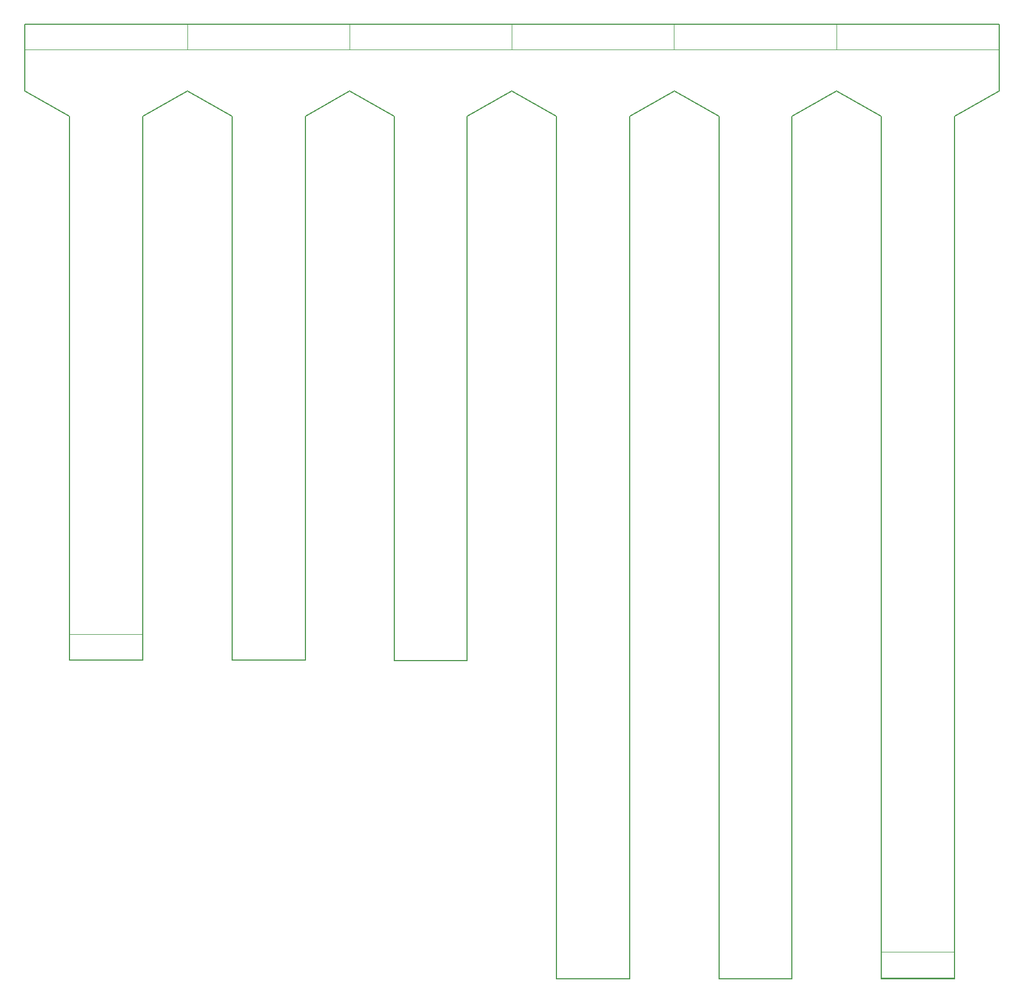
<source format=gbr>
%TF.GenerationSoftware,KiCad,Pcbnew,5.1.5+dfsg1-2~bpo10+1*%
%TF.CreationDate,2020-08-19T00:00:04+02:00*%
%TF.ProjectId,antmicro-alvium-flex-csi-adapter,616e746d-6963-4726-9f2d-616c7669756d,1.0.1*%
%TF.SameCoordinates,Original*%
%TF.FileFunction,Other,User*%
%FSLAX46Y46*%
G04 Gerber Fmt 4.6, Leading zero omitted, Abs format (unit mm)*
G04 Created by KiCad (PCBNEW 5.1.5+dfsg1-2~bpo10+1) date 2020-08-19 00:00:04 commit e5c3baf*
%MOMM*%
%LPD*%
G04 APERTURE LIST*
%ADD10C,0.150000*%
%ADD11C,0.050000*%
G04 APERTURE END LIST*
D10*
X285016000Y-214846000D02*
X296516000Y-214846000D01*
X303536000Y-64736000D02*
X303536000Y-75260000D01*
X278009000Y-75260000D02*
X285016000Y-79260000D01*
X296516000Y-79260000D02*
X303536000Y-75260000D01*
X285016000Y-214846000D02*
X285016000Y-79260000D01*
X296516000Y-214846000D02*
X296516000Y-79260000D01*
X168952000Y-79250000D02*
X175929000Y-75250000D01*
X150402000Y-64736000D02*
X150402000Y-75250000D01*
X157452000Y-164786000D02*
X168952000Y-164786000D01*
X157452000Y-164786000D02*
X157452000Y-79250000D01*
X168952000Y-164786000D02*
X168952000Y-79250000D01*
X150402000Y-75250000D02*
X157452000Y-79250000D01*
X233949000Y-214846000D02*
X233949000Y-79260000D01*
X252469000Y-75260000D02*
X259489000Y-79260000D01*
X270989000Y-214846000D02*
X270989000Y-79260000D01*
X259489000Y-214846000D02*
X270989000Y-214846000D01*
X259489000Y-214846000D02*
X259489000Y-79260000D01*
X270989000Y-79260000D02*
X278009000Y-75260000D01*
X226949000Y-75250000D02*
X233949000Y-79260000D01*
X233949000Y-214846000D02*
X245449000Y-214846000D01*
X245449000Y-214846000D02*
X245449000Y-79260000D01*
X245449000Y-79260000D02*
X252469000Y-75260000D01*
X208429000Y-79250000D02*
X201429000Y-75250000D01*
X219929000Y-79250000D02*
X226949000Y-75250000D01*
X208429000Y-164836000D02*
X208429000Y-79250000D01*
X219929000Y-164836000D02*
X219929000Y-79250000D01*
X208429000Y-164836000D02*
X219929000Y-164836000D01*
X194479000Y-79250000D02*
X201429000Y-75250000D01*
X175929000Y-75250000D02*
X182979000Y-79250000D01*
X194479000Y-164786000D02*
X194479000Y-79250000D01*
X182979000Y-164786000D02*
X182979000Y-79250000D01*
X182979000Y-164786000D02*
X194479000Y-164786000D01*
X150402000Y-64736000D02*
X303536000Y-64736000D01*
D11*
X284990500Y-210673000D02*
X296490500Y-210673000D01*
X296490500Y-210673000D02*
X296490500Y-214673000D01*
X284990500Y-214673000D02*
X296490500Y-214673000D01*
X284990500Y-210673000D02*
X284990500Y-214673000D01*
X277977000Y-64750000D02*
X277977000Y-68750000D01*
X277977000Y-68750000D02*
X303477000Y-68750000D01*
X303477000Y-64750000D02*
X303477000Y-68750000D01*
X277977000Y-64750000D02*
X303477000Y-64750000D01*
X157423000Y-160648500D02*
X168923000Y-160648500D01*
X168923000Y-160648500D02*
X168923000Y-164648500D01*
X157423000Y-164648500D02*
X168923000Y-164648500D01*
X157423000Y-160648500D02*
X157423000Y-164648500D01*
X175923000Y-68750000D02*
X175923000Y-64750000D01*
X175923000Y-64750000D02*
X150423000Y-64750000D01*
X150423000Y-68750000D02*
X150423000Y-64750000D01*
X175923000Y-68750000D02*
X150423000Y-68750000D01*
X252450000Y-64750000D02*
X252450000Y-68750000D01*
X252450000Y-68750000D02*
X277950000Y-68750000D01*
X277950000Y-64750000D02*
X277950000Y-68750000D01*
X252450000Y-64750000D02*
X277950000Y-64750000D01*
X252450000Y-68750000D02*
X252450000Y-64750000D01*
X252450000Y-64750000D02*
X226950000Y-64750000D01*
X226950000Y-68750000D02*
X226950000Y-64750000D01*
X252450000Y-68750000D02*
X226950000Y-68750000D01*
X201450000Y-64750000D02*
X201450000Y-68750000D01*
X201450000Y-68750000D02*
X226950000Y-68750000D01*
X226950000Y-64750000D02*
X226950000Y-68750000D01*
X201450000Y-64750000D02*
X226950000Y-64750000D01*
X201450000Y-68750000D02*
X201450000Y-64750000D01*
X201450000Y-64750000D02*
X175950000Y-64750000D01*
X175950000Y-68750000D02*
X175950000Y-64750000D01*
X201450000Y-68750000D02*
X175950000Y-68750000D01*
M02*

</source>
